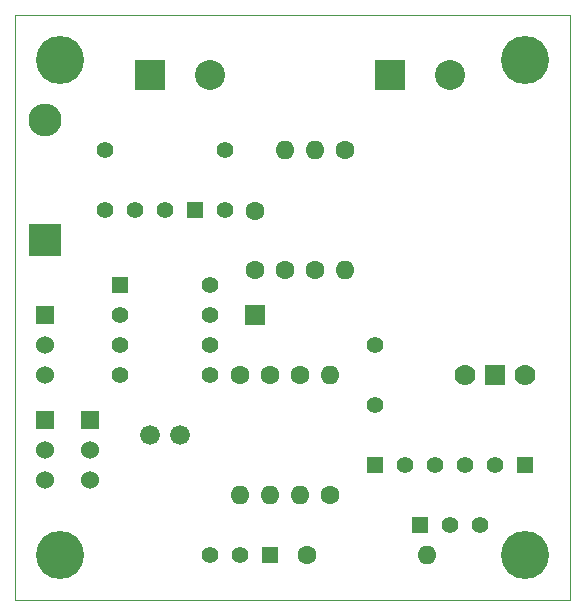
<source format=gts>
G04 #@! TF.FileFunction,Soldermask,Top*
%FSLAX46Y46*%
G04 Gerber Fmt 4.6, Leading zero omitted, Abs format (unit mm)*
G04 Created by KiCad (PCBNEW 4.0.6) date 06/04/17 20:23:42*
%MOMM*%
%LPD*%
G01*
G04 APERTURE LIST*
%ADD10C,0.150000*%
%ADD11C,0.100000*%
%ADD12R,1.524000X1.524000*%
%ADD13C,1.524000*%
%ADD14C,1.676400*%
%ADD15C,1.397000*%
%ADD16R,2.540000X2.540000*%
%ADD17C,2.540000*%
%ADD18R,1.397000X1.397000*%
%ADD19C,1.778000*%
%ADD20R,1.778000X1.778000*%
%ADD21C,4.064000*%
%ADD22C,1.600000*%
%ADD23R,1.700000X1.700000*%
%ADD24O,1.600000X1.600000*%
%ADD25R,2.800000X2.800000*%
%ADD26O,2.800000X2.800000*%
G04 APERTURE END LIST*
D10*
D11*
X60960000Y-24130000D02*
X60960000Y-73660000D01*
X13970000Y-24130000D02*
X13970000Y-73660000D01*
X60960000Y-73660000D02*
X13970000Y-73660000D01*
X13970000Y-24130000D02*
X60960000Y-24130000D01*
D12*
X16510000Y-49530000D03*
D13*
X16510000Y-52070000D03*
X16510000Y-54610000D03*
D14*
X25400000Y-59690000D03*
X27940000Y-59690000D03*
D15*
X31750000Y-40640000D03*
X31750000Y-35560000D03*
X21590000Y-40640000D03*
X21590000Y-35560000D03*
D16*
X25400000Y-29210000D03*
D17*
X30480000Y-29210000D03*
D16*
X45720000Y-29210000D03*
D17*
X50800000Y-29210000D03*
D18*
X22860000Y-46990000D03*
D15*
X22860000Y-49530000D03*
X22860000Y-52070000D03*
X22860000Y-54610000D03*
X30480000Y-54610000D03*
X30480000Y-52070000D03*
X30480000Y-49530000D03*
X30480000Y-46990000D03*
D18*
X35560000Y-69850000D03*
D15*
X33020000Y-69850000D03*
X30480000Y-69850000D03*
D18*
X48260000Y-67310000D03*
D15*
X50800000Y-67310000D03*
X53340000Y-67310000D03*
D18*
X44450000Y-62230000D03*
D15*
X46990000Y-62230000D03*
X49530000Y-62230000D03*
D18*
X57150000Y-62230000D03*
D15*
X54610000Y-62230000D03*
X52070000Y-62230000D03*
D18*
X29210000Y-40640000D03*
D15*
X26670000Y-40640000D03*
X24130000Y-40640000D03*
D19*
X52070000Y-54610000D03*
X57150000Y-54610000D03*
D20*
X54610000Y-54610000D03*
D21*
X17780000Y-69850000D03*
X57150000Y-69850000D03*
X57150000Y-27940000D03*
X17780000Y-27940000D03*
D15*
X44450000Y-57150000D03*
X44450000Y-52070000D03*
D12*
X16510000Y-58420000D03*
D13*
X16510000Y-60960000D03*
X16510000Y-63500000D03*
D12*
X20320000Y-58420000D03*
D13*
X20320000Y-60960000D03*
X20320000Y-63500000D03*
D22*
X34290000Y-45720000D03*
X34290000Y-40720000D03*
D23*
X34290000Y-49530000D03*
D22*
X36830000Y-45720000D03*
D24*
X36830000Y-35560000D03*
D25*
X16510000Y-43180000D03*
D26*
X16510000Y-33020000D03*
D22*
X39370000Y-45720000D03*
D24*
X39370000Y-35560000D03*
D22*
X41910000Y-35560000D03*
D24*
X41910000Y-45720000D03*
D22*
X33020000Y-54610000D03*
D24*
X33020000Y-64770000D03*
D22*
X38735000Y-69850000D03*
D24*
X48895000Y-69850000D03*
D22*
X35560000Y-54610000D03*
D24*
X35560000Y-64770000D03*
D22*
X38100000Y-54610000D03*
D24*
X38100000Y-64770000D03*
D22*
X40640000Y-64770000D03*
D24*
X40640000Y-54610000D03*
M02*

</source>
